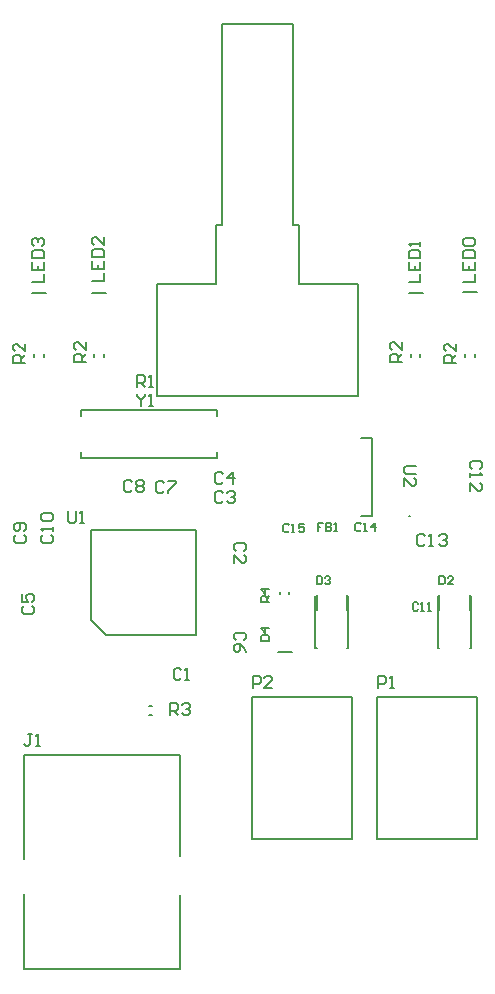
<source format=gto>
%FSLAX44Y44*%
%MOMM*%
G71*
G01*
G75*
%ADD10R,0.6000X0.9000*%
%ADD11R,0.9000X0.6000*%
%ADD12R,1.3000X0.7000*%
%ADD13R,1.6800X1.5200*%
%ADD14O,0.3000X1.5000*%
%ADD15R,0.3000X1.5000*%
%ADD16R,1.5000X0.3000*%
%ADD17R,2.0000X1.2000*%
%ADD18R,5.6000X5.6000*%
%ADD19R,5.5000X2.0000*%
%ADD20C,1.0000*%
%ADD21C,0.2000*%
%ADD22C,1.5000*%
%ADD23O,0.7500X0.7000*%
%ADD24R,1.5000X1.5000*%
%ADD25C,2.0000*%
%ADD26C,0.7000*%
%ADD27R,0.2000X1.4000*%
%ADD28R,0.2000X1.4000*%
D21*
X369000Y219000D02*
X370000D01*
X369000D02*
Y263000D01*
X397000Y219000D02*
Y263000D01*
X396000Y219000D02*
X397000D01*
X265000D02*
X266000D01*
X265000D02*
Y263000D01*
X293000Y219000D02*
Y263000D01*
X292000Y219000D02*
X293000D01*
X233000Y215750D02*
X245000D01*
X18000Y128000D02*
X150000D01*
X18000Y-53000D02*
X150000D01*
X18000Y40500D02*
Y128000D01*
Y-53000D02*
Y10250D01*
X150000Y-53000D02*
Y10000D01*
Y42500D02*
Y128000D01*
X390000Y520250D02*
X402000D01*
X344000Y519250D02*
X356000D01*
X76000D02*
X88000D01*
X25000D02*
X37000D01*
X317000Y57000D02*
Y177000D01*
X402000D01*
Y57000D02*
Y177000D01*
X317000Y57000D02*
X402000D01*
X211000D02*
Y177000D01*
X296000D01*
Y57000D02*
Y177000D01*
X211000Y57000D02*
X296000D01*
X131000Y432000D02*
X301000D01*
Y526000D01*
X300000Y527000D02*
X301000Y526000D01*
X251000Y527000D02*
X300000D01*
X251000D02*
Y577000D01*
X246000D02*
X251000D01*
X246000D02*
Y747000D01*
X186000D02*
X246000D01*
X186000Y577000D02*
Y747000D01*
X181000Y577000D02*
X186000D01*
X181000Y527000D02*
Y577000D01*
X131000Y527000D02*
X181000D01*
X131000Y432000D02*
Y527000D01*
X392000Y465500D02*
Y467500D01*
X400000Y465500D02*
Y467500D01*
X346000Y465500D02*
Y467500D01*
X354000Y465500D02*
Y467500D01*
X78000Y465500D02*
Y467500D01*
X86000Y465500D02*
Y467500D01*
X27000Y465500D02*
Y467500D01*
X35000Y465500D02*
Y467500D01*
X124500Y162000D02*
X126500D01*
X124500Y170000D02*
X126500D01*
X235000Y264500D02*
Y266500D01*
X243000Y264500D02*
Y266500D01*
X87700Y229850D02*
X164150D01*
Y319150D01*
X74850D02*
X164150D01*
X74850Y242700D02*
Y319150D01*
Y242700D02*
X87700Y229850D01*
X304000Y331000D02*
X313000D01*
Y397000D01*
X304000D02*
X313000D01*
X344500Y330750D02*
X344750D01*
X182000Y415000D02*
Y420000D01*
X67000D02*
X182000D01*
X67000Y415000D02*
Y420000D01*
Y380000D02*
Y385000D01*
X182000Y380000D02*
Y385000D01*
X67000Y380000D02*
X182000D01*
X114000Y433997D02*
Y432331D01*
X117332Y428998D01*
X120665Y432331D01*
Y433997D01*
X117332Y428998D02*
Y424000D01*
X123997D02*
X127329D01*
X125663D01*
Y433997D01*
X123997Y432331D01*
X349997Y373000D02*
X341666D01*
X340000Y371334D01*
Y368002D01*
X341666Y366335D01*
X349997D01*
X340000Y356339D02*
Y363003D01*
X346665Y356339D01*
X348331D01*
X349997Y358005D01*
Y361337D01*
X348331Y363003D01*
X56000Y334997D02*
Y326666D01*
X57666Y325000D01*
X60998D01*
X62664Y326666D01*
Y334997D01*
X65997Y325000D02*
X69329D01*
X67663D01*
Y334997D01*
X65997Y333331D01*
X226000Y258000D02*
X219002D01*
Y261499D01*
X220168Y262665D01*
X222501D01*
X223667Y261499D01*
Y258000D01*
Y260333D02*
X226000Y262665D01*
Y268497D02*
X219002D01*
X222501Y264998D01*
Y269663D01*
X142000Y162000D02*
Y171997D01*
X146998D01*
X148665Y170331D01*
Y166998D01*
X146998Y165332D01*
X142000D01*
X145332D02*
X148665Y162000D01*
X151997Y170331D02*
X153663Y171997D01*
X156995D01*
X158661Y170331D01*
Y168664D01*
X156995Y166998D01*
X155329D01*
X156995D01*
X158661Y165332D01*
Y163666D01*
X156995Y162000D01*
X153663D01*
X151997Y163666D01*
X19000Y460000D02*
X9003D01*
Y464998D01*
X10669Y466665D01*
X14002D01*
X15668Y464998D01*
Y460000D01*
Y463332D02*
X19000Y466665D01*
Y476661D02*
Y469997D01*
X12335Y476661D01*
X10669D01*
X9003Y474995D01*
Y471663D01*
X10669Y469997D01*
X71000Y461000D02*
X61003D01*
Y465998D01*
X62669Y467664D01*
X66002D01*
X67668Y465998D01*
Y461000D01*
Y464332D02*
X71000Y467664D01*
Y477661D02*
Y470997D01*
X64335Y477661D01*
X62669D01*
X61003Y475995D01*
Y472663D01*
X62669Y470997D01*
X338000Y461000D02*
X328003D01*
Y465998D01*
X329669Y467664D01*
X333002D01*
X334668Y465998D01*
Y461000D01*
Y464332D02*
X338000Y467664D01*
Y477661D02*
Y470997D01*
X331335Y477661D01*
X329669D01*
X328003Y475995D01*
Y472663D01*
X329669Y470997D01*
X384000Y460000D02*
X374003D01*
Y464998D01*
X375669Y466665D01*
X379002D01*
X380668Y464998D01*
Y460000D01*
Y463332D02*
X384000Y466665D01*
Y476661D02*
Y469997D01*
X377336Y476661D01*
X375669D01*
X374003Y474995D01*
Y471663D01*
X375669Y469997D01*
X114000Y440000D02*
Y449997D01*
X118998D01*
X120665Y448331D01*
Y444998D01*
X118998Y443332D01*
X114000D01*
X117332D02*
X120665Y440000D01*
X123997D02*
X127329D01*
X125663D01*
Y449997D01*
X123997Y448331D01*
X211950Y185116D02*
Y195113D01*
X216948D01*
X218615Y193447D01*
Y190114D01*
X216948Y188448D01*
X211950D01*
X228611Y185116D02*
X221947D01*
X228611Y191780D01*
Y193447D01*
X226945Y195113D01*
X223613D01*
X221947Y193447D01*
X318122Y185116D02*
Y195113D01*
X323120D01*
X324786Y193447D01*
Y190114D01*
X323120Y188448D01*
X318122D01*
X328119Y185116D02*
X331451D01*
X329785D01*
Y195113D01*
X328119Y193447D01*
X25352Y146023D02*
X22020D01*
X23686D01*
Y137692D01*
X22020Y136026D01*
X20354D01*
X18688Y137692D01*
X28685Y136026D02*
X32017D01*
X30351D01*
Y146023D01*
X28685Y144357D01*
X271665Y324998D02*
X267000D01*
Y321499D01*
X269333D01*
X267000D01*
Y318000D01*
X273998Y324998D02*
Y318000D01*
X277497D01*
X278663Y319166D01*
Y320333D01*
X277497Y321499D01*
X273998D01*
X277497D01*
X278663Y322665D01*
Y323831D01*
X277497Y324998D01*
X273998D01*
X280996Y318000D02*
X283328D01*
X282162D01*
Y324998D01*
X280996Y323831D01*
X219002Y225000D02*
X226000D01*
Y228499D01*
X224834Y229665D01*
X220168D01*
X219002Y228499D01*
Y225000D01*
X226000Y235497D02*
X219002D01*
X222501Y231998D01*
Y236663D01*
X266052Y279744D02*
Y272746D01*
X269551D01*
X270717Y273912D01*
Y278577D01*
X269551Y279744D01*
X266052D01*
X273050Y278577D02*
X274216Y279744D01*
X276549D01*
X277715Y278577D01*
Y277411D01*
X276549Y276245D01*
X275382D01*
X276549D01*
X277715Y275079D01*
Y273912D01*
X276549Y272746D01*
X274216D01*
X273050Y273912D01*
X369938Y279744D02*
Y272746D01*
X373437D01*
X374603Y273912D01*
Y278577D01*
X373437Y279744D01*
X369938D01*
X381601Y272746D02*
X376936D01*
X381601Y277411D01*
Y278577D01*
X380435Y279744D01*
X378102D01*
X376936Y278577D01*
X25003Y529000D02*
X35000D01*
Y535664D01*
X25003Y545661D02*
Y538997D01*
X35000D01*
Y545661D01*
X30002Y538997D02*
Y542329D01*
X25003Y548994D02*
X35000D01*
Y553992D01*
X33334Y555658D01*
X26669D01*
X25003Y553992D01*
Y548994D01*
X26669Y558990D02*
X25003Y560657D01*
Y563989D01*
X26669Y565655D01*
X28335D01*
X30002Y563989D01*
Y562323D01*
Y563989D01*
X31668Y565655D01*
X33334D01*
X35000Y563989D01*
Y560657D01*
X33334Y558990D01*
X76003Y530000D02*
X86000D01*
Y536665D01*
X76003Y546661D02*
Y539997D01*
X86000D01*
Y546661D01*
X81002Y539997D02*
Y543329D01*
X76003Y549994D02*
X86000D01*
Y554992D01*
X84334Y556658D01*
X77669D01*
X76003Y554992D01*
Y549994D01*
X86000Y566655D02*
Y559990D01*
X79335Y566655D01*
X77669D01*
X76003Y564989D01*
Y561656D01*
X77669Y559990D01*
X344003Y529000D02*
X354000D01*
Y535664D01*
X344003Y545661D02*
Y538997D01*
X354000D01*
Y545661D01*
X349002Y538997D02*
Y542329D01*
X344003Y548994D02*
X354000D01*
Y553992D01*
X352334Y555658D01*
X345669D01*
X344003Y553992D01*
Y548994D01*
X354000Y558990D02*
Y562323D01*
Y560657D01*
X344003D01*
X345669Y558990D01*
X390003Y529000D02*
X400000D01*
Y535664D01*
X390003Y545661D02*
Y538997D01*
X400000D01*
Y545661D01*
X395002Y538997D02*
Y542329D01*
X390003Y548994D02*
X400000D01*
Y553992D01*
X398334Y555658D01*
X391669D01*
X390003Y553992D01*
Y548994D01*
X391669Y558990D02*
X390003Y560657D01*
Y563989D01*
X391669Y565655D01*
X398334D01*
X400000Y563989D01*
Y560657D01*
X398334Y558990D01*
X391669D01*
X242665Y322831D02*
X241499Y323998D01*
X239166D01*
X238000Y322831D01*
Y318166D01*
X239166Y317000D01*
X241499D01*
X242665Y318166D01*
X244998Y317000D02*
X247330D01*
X246164D01*
Y323998D01*
X244998Y322831D01*
X255494Y323998D02*
X250829D01*
Y320499D01*
X253162Y321665D01*
X254328D01*
X255494Y320499D01*
Y318166D01*
X254328Y317000D01*
X251996D01*
X250829Y318166D01*
X303665Y323831D02*
X302499Y324998D01*
X300166D01*
X299000Y323831D01*
Y319166D01*
X300166Y318000D01*
X302499D01*
X303665Y319166D01*
X305998Y318000D02*
X308330D01*
X307164D01*
Y324998D01*
X305998Y323831D01*
X315328Y318000D02*
Y324998D01*
X311829Y321499D01*
X316494D01*
X358136Y313810D02*
X356470Y315476D01*
X353138D01*
X351472Y313810D01*
Y307145D01*
X353138Y305479D01*
X356470D01*
X358136Y307145D01*
X361469Y305479D02*
X364801D01*
X363135D01*
Y315476D01*
X361469Y313810D01*
X369799D02*
X371465Y315476D01*
X374798D01*
X376464Y313810D01*
Y312144D01*
X374798Y310478D01*
X373132D01*
X374798D01*
X376464Y308811D01*
Y307145D01*
X374798Y305479D01*
X371465D01*
X369799Y307145D01*
X404331Y370336D02*
X405997Y372002D01*
Y375334D01*
X404331Y377000D01*
X397666D01*
X396000Y375334D01*
Y372002D01*
X397666Y370336D01*
X396000Y367003D02*
Y363671D01*
Y365337D01*
X405997D01*
X404331Y367003D01*
X396000Y352008D02*
Y358673D01*
X402664Y352008D01*
X404331D01*
X405997Y353674D01*
Y357006D01*
X404331Y358673D01*
X352233Y256450D02*
X351067Y257616D01*
X348734D01*
X347568Y256450D01*
Y251784D01*
X348734Y250618D01*
X351067D01*
X352233Y251784D01*
X354566Y250618D02*
X356898D01*
X355732D01*
Y257616D01*
X354566Y256450D01*
X360397Y250618D02*
X362730D01*
X361563D01*
Y257616D01*
X360397Y256450D01*
X34669Y314664D02*
X33003Y312998D01*
Y309666D01*
X34669Y308000D01*
X41334D01*
X43000Y309666D01*
Y312998D01*
X41334Y314664D01*
X43000Y317997D02*
Y321329D01*
Y319663D01*
X33003D01*
X34669Y317997D01*
Y326327D02*
X33003Y327994D01*
Y331326D01*
X34669Y332992D01*
X41334D01*
X43000Y331326D01*
Y327994D01*
X41334Y326327D01*
X34669D01*
X11669Y314664D02*
X10003Y312998D01*
Y309666D01*
X11669Y308000D01*
X18334D01*
X20000Y309666D01*
Y312998D01*
X18334Y314664D01*
Y317997D02*
X20000Y319663D01*
Y322995D01*
X18334Y324661D01*
X11669D01*
X10003Y322995D01*
Y319663D01*
X11669Y317997D01*
X13335D01*
X15002Y319663D01*
Y324661D01*
X109664Y359331D02*
X107998Y360997D01*
X104666D01*
X103000Y359331D01*
Y352666D01*
X104666Y351000D01*
X107998D01*
X109664Y352666D01*
X112997Y359331D02*
X114663Y360997D01*
X117995D01*
X119661Y359331D01*
Y357664D01*
X117995Y355998D01*
X119661Y354332D01*
Y352666D01*
X117995Y351000D01*
X114663D01*
X112997Y352666D01*
Y354332D01*
X114663Y355998D01*
X112997Y357664D01*
Y359331D01*
X114663Y355998D02*
X117995D01*
X136664Y358331D02*
X134998Y359997D01*
X131666D01*
X130000Y358331D01*
Y351666D01*
X131666Y350000D01*
X134998D01*
X136664Y351666D01*
X139997Y359997D02*
X146661D01*
Y358331D01*
X139997Y351666D01*
Y350000D01*
X204331Y225336D02*
X205997Y227002D01*
Y230334D01*
X204331Y232000D01*
X197666D01*
X196000Y230334D01*
Y227002D01*
X197666Y225336D01*
X205997Y215339D02*
X204331Y218671D01*
X200998Y222003D01*
X197666D01*
X196000Y220337D01*
Y217005D01*
X197666Y215339D01*
X199332D01*
X200998Y217005D01*
Y222003D01*
X18669Y254664D02*
X17003Y252998D01*
Y249666D01*
X18669Y248000D01*
X25334D01*
X27000Y249666D01*
Y252998D01*
X25334Y254664D01*
X17003Y264661D02*
Y257997D01*
X22002D01*
X20336Y261329D01*
Y262995D01*
X22002Y264661D01*
X25334D01*
X27000Y262995D01*
Y259663D01*
X25334Y257997D01*
X186665Y366331D02*
X184998Y367997D01*
X181666D01*
X180000Y366331D01*
Y359666D01*
X181666Y358000D01*
X184998D01*
X186665Y359666D01*
X194995Y358000D02*
Y367997D01*
X189997Y362998D01*
X196661D01*
X186665Y350331D02*
X184998Y351997D01*
X181666D01*
X180000Y350331D01*
Y343666D01*
X181666Y342000D01*
X184998D01*
X186665Y343666D01*
X189997Y350331D02*
X191663Y351997D01*
X194995D01*
X196661Y350331D01*
Y348665D01*
X194995Y346998D01*
X193329D01*
X194995D01*
X196661Y345332D01*
Y343666D01*
X194995Y342000D01*
X191663D01*
X189997Y343666D01*
X204331Y300835D02*
X205997Y302502D01*
Y305834D01*
X204331Y307500D01*
X197666D01*
X196000Y305834D01*
Y302502D01*
X197666Y300835D01*
X196000Y290839D02*
Y297503D01*
X202665Y290839D01*
X204331D01*
X205997Y292505D01*
Y295837D01*
X204331Y297503D01*
X151664Y200331D02*
X149998Y201997D01*
X146666D01*
X145000Y200331D01*
Y193666D01*
X146666Y192000D01*
X149998D01*
X151664Y193666D01*
X154997Y192000D02*
X158329D01*
X156663D01*
Y201997D01*
X154997Y200331D01*
D27*
X370000Y257000D02*
D03*
X266000D02*
D03*
D28*
X396000Y257000D02*
D03*
X292000D02*
D03*
M02*

</source>
